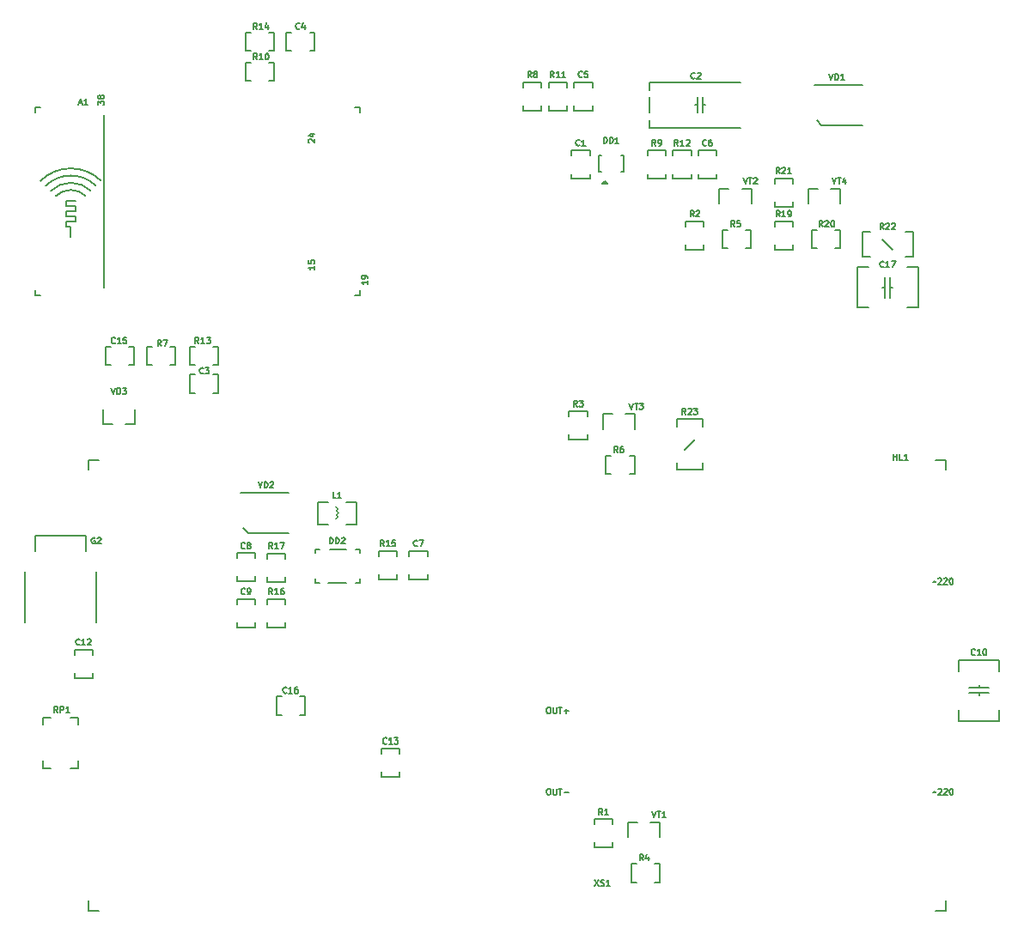
<source format=gbr>
G04 #@! TF.GenerationSoftware,KiCad,Pcbnew,(5.1.2-1)-1*
G04 #@! TF.CreationDate,2020-09-26T11:09:18+03:00*
G04 #@! TF.ProjectId,UAK_1,55414b5f-312e-46b6-9963-61645f706362,rev?*
G04 #@! TF.SameCoordinates,Original*
G04 #@! TF.FileFunction,Legend,Top*
G04 #@! TF.FilePolarity,Positive*
%FSLAX46Y46*%
G04 Gerber Fmt 4.6, Leading zero omitted, Abs format (unit mm)*
G04 Created by KiCad (PCBNEW (5.1.2-1)-1) date 2020-09-26 11:09:18*
%MOMM*%
%LPD*%
G04 APERTURE LIST*
%ADD10C,0.150000*%
G04 APERTURE END LIST*
D10*
X132628571Y-136171428D02*
X133028571Y-136771428D01*
X133028571Y-136171428D02*
X132628571Y-136771428D01*
X133228571Y-136742857D02*
X133314285Y-136771428D01*
X133457142Y-136771428D01*
X133514285Y-136742857D01*
X133542857Y-136714285D01*
X133571428Y-136657142D01*
X133571428Y-136600000D01*
X133542857Y-136542857D01*
X133514285Y-136514285D01*
X133457142Y-136485714D01*
X133342857Y-136457142D01*
X133285714Y-136428571D01*
X133257142Y-136400000D01*
X133228571Y-136342857D01*
X133228571Y-136285714D01*
X133257142Y-136228571D01*
X133285714Y-136200000D01*
X133342857Y-136171428D01*
X133485714Y-136171428D01*
X133571428Y-136200000D01*
X134142857Y-136771428D02*
X133800000Y-136771428D01*
X133971428Y-136771428D02*
X133971428Y-136171428D01*
X133914285Y-136257142D01*
X133857142Y-136314285D01*
X133800000Y-136342857D01*
X102500000Y-98000000D02*
X97750000Y-98000000D01*
X98000000Y-101500000D02*
X98500000Y-102000000D01*
X102500000Y-102000000D02*
X98500000Y-102000000D01*
X100350000Y-106800000D02*
X100350000Y-106300000D01*
X102150000Y-106800000D02*
X102150000Y-106300000D01*
X102150000Y-106800000D02*
X100350000Y-106800000D01*
X100350000Y-104000000D02*
X100350000Y-104500000D01*
X102150000Y-104000000D02*
X100350000Y-104000000D01*
X102150000Y-104000000D02*
X102150000Y-104500000D01*
X100350000Y-111300000D02*
X100350000Y-110800000D01*
X102150000Y-111300000D02*
X102150000Y-110800000D01*
X102150000Y-111300000D02*
X100350000Y-111300000D01*
X100350000Y-108500000D02*
X100350000Y-109000000D01*
X102150000Y-108500000D02*
X100350000Y-108500000D01*
X102150000Y-108500000D02*
X102150000Y-109000000D01*
X111350000Y-106550000D02*
X111350000Y-106050000D01*
X113150000Y-106550000D02*
X113150000Y-106050000D01*
X113150000Y-106550000D02*
X111350000Y-106550000D01*
X111350000Y-103750000D02*
X111350000Y-104250000D01*
X113150000Y-103750000D02*
X111350000Y-103750000D01*
X113150000Y-103750000D02*
X113150000Y-104250000D01*
X105350000Y-98900000D02*
X106350000Y-98900000D01*
X109150000Y-98900000D02*
X108150000Y-98900000D01*
X109150000Y-101100000D02*
X108150000Y-101100000D01*
X105350000Y-101100000D02*
X106350000Y-101100000D01*
X109150000Y-98900000D02*
X109150000Y-101100000D01*
X105350000Y-101100000D02*
X105350000Y-98900000D01*
X107150000Y-100600000D02*
G75*
G03X107350000Y-100400000I0J200000D01*
G01*
X107350000Y-100400000D02*
G75*
G03X107150000Y-100200000I-200000J0D01*
G01*
X107150000Y-100200000D02*
G75*
G03X107350000Y-100000000I0J200000D01*
G01*
X107350000Y-100000000D02*
G75*
G03X107150000Y-99800000I-200000J0D01*
G01*
X107350000Y-99600000D02*
G75*
G03X107150000Y-99400000I-200000J0D01*
G01*
X107150000Y-99800000D02*
G75*
G03X107350000Y-99600000I0J200000D01*
G01*
X105100000Y-106850000D02*
X105100000Y-106450000D01*
X105100000Y-106850000D02*
X105500000Y-106850000D01*
X105100000Y-103550000D02*
X105100000Y-103950000D01*
X105100000Y-103550000D02*
X105500000Y-103550000D01*
X109500000Y-106850000D02*
X109500000Y-106450000D01*
X109500000Y-106850000D02*
X109100000Y-106850000D01*
X109500000Y-103550000D02*
X109500000Y-103950000D01*
X109500000Y-103550000D02*
X109100000Y-103550000D01*
X108100000Y-106850000D02*
X106400000Y-106850000D01*
X106500000Y-103550000D02*
X108100000Y-103550000D01*
X97350000Y-111300000D02*
X97350000Y-110800000D01*
X99150000Y-111300000D02*
X99150000Y-110800000D01*
X99150000Y-111300000D02*
X97350000Y-111300000D01*
X97350000Y-108500000D02*
X97350000Y-109000000D01*
X99150000Y-108500000D02*
X97350000Y-108500000D01*
X99150000Y-108500000D02*
X99150000Y-109000000D01*
X99150000Y-103950000D02*
X99150000Y-104450000D01*
X97350000Y-103950000D02*
X97350000Y-104450000D01*
X97350000Y-103950000D02*
X99150000Y-103950000D01*
X99150000Y-106750000D02*
X99150000Y-106250000D01*
X97350000Y-106750000D02*
X99150000Y-106750000D01*
X97350000Y-106750000D02*
X97350000Y-106250000D01*
X114350000Y-106550000D02*
X114350000Y-106050000D01*
X116150000Y-106550000D02*
X116150000Y-106050000D01*
X116150000Y-106550000D02*
X114350000Y-106550000D01*
X114350000Y-103750000D02*
X114350000Y-104250000D01*
X116150000Y-103750000D02*
X114350000Y-103750000D01*
X116150000Y-103750000D02*
X116150000Y-104250000D01*
X142000000Y-93250000D02*
X142500000Y-92750000D01*
X142000000Y-93250000D02*
X141500000Y-93750000D01*
X140750000Y-95750000D02*
X143250000Y-95750000D01*
X140750000Y-90750000D02*
X143250000Y-90750000D01*
X143250000Y-90750000D02*
X143250000Y-91500000D01*
X140750000Y-91500000D02*
X140750000Y-90750000D01*
X143250000Y-95750000D02*
X143250000Y-95000000D01*
X140750000Y-95000000D02*
X140750000Y-95750000D01*
X167250000Y-139250000D02*
X167250000Y-138250000D01*
X167250000Y-139250000D02*
X166250000Y-139250000D01*
X82750000Y-139250000D02*
X83750000Y-139250000D01*
X82750000Y-139250000D02*
X82750000Y-138250000D01*
X82750000Y-94750000D02*
X82750000Y-95750000D01*
X82750000Y-94750000D02*
X83750000Y-94750000D01*
X167250000Y-94750000D02*
X167250000Y-95750000D01*
X167250000Y-94750000D02*
X166250000Y-94750000D01*
X153670000Y-67990000D02*
X153670000Y-69450000D01*
X156830000Y-67990000D02*
X156830000Y-69450000D01*
X153670000Y-67990000D02*
X154600000Y-67990000D01*
X156830000Y-67990000D02*
X155900000Y-67990000D01*
X161500000Y-73500000D02*
X161000000Y-73000000D01*
X161500000Y-73500000D02*
X162000000Y-74000000D01*
X164000000Y-74750000D02*
X164000000Y-72250000D01*
X159000000Y-74750000D02*
X159000000Y-72250000D01*
X159000000Y-72250000D02*
X159750000Y-72250000D01*
X159750000Y-74750000D02*
X159000000Y-74750000D01*
X164000000Y-72250000D02*
X163250000Y-72250000D01*
X163250000Y-74750000D02*
X164000000Y-74750000D01*
X150350000Y-69800000D02*
X150350000Y-69300000D01*
X152150000Y-69800000D02*
X152150000Y-69300000D01*
X152150000Y-69800000D02*
X150350000Y-69800000D01*
X150350000Y-67000000D02*
X150350000Y-67500000D01*
X152150000Y-67000000D02*
X150350000Y-67000000D01*
X152150000Y-67000000D02*
X152150000Y-67500000D01*
X156800000Y-73900000D02*
X156300000Y-73900000D01*
X156800000Y-72100000D02*
X156300000Y-72100000D01*
X156800000Y-72100000D02*
X156800000Y-73900000D01*
X154000000Y-73900000D02*
X154500000Y-73900000D01*
X154000000Y-72100000D02*
X154000000Y-73900000D01*
X154000000Y-72100000D02*
X154500000Y-72100000D01*
X150350000Y-74050000D02*
X150350000Y-73550000D01*
X152150000Y-74050000D02*
X152150000Y-73550000D01*
X152150000Y-74050000D02*
X150350000Y-74050000D01*
X150350000Y-71250000D02*
X150350000Y-71750000D01*
X152150000Y-71250000D02*
X150350000Y-71250000D01*
X152150000Y-71250000D02*
X152150000Y-71750000D01*
X164500000Y-79750000D02*
X163400000Y-79750000D01*
X164500000Y-75750000D02*
X164500000Y-79750000D01*
X158500000Y-75750000D02*
X158500000Y-79750000D01*
X158500000Y-75750000D02*
X159600000Y-75750000D01*
X158500000Y-79750000D02*
X159600000Y-79750000D01*
X164500000Y-75750000D02*
X163400000Y-75750000D01*
X161750000Y-76750000D02*
X161750000Y-78750000D01*
X161250000Y-76750000D02*
X161250000Y-78750000D01*
X161750000Y-77750000D02*
X162000000Y-77750000D01*
X161250000Y-77750000D02*
X161000000Y-77750000D01*
X140350000Y-67050000D02*
X140350000Y-66550000D01*
X142150000Y-67050000D02*
X142150000Y-66550000D01*
X142150000Y-67050000D02*
X140350000Y-67050000D01*
X140350000Y-64250000D02*
X140350000Y-64750000D01*
X142150000Y-64250000D02*
X140350000Y-64250000D01*
X142150000Y-64250000D02*
X142150000Y-64750000D01*
X137850000Y-67050000D02*
X137850000Y-66550000D01*
X139650000Y-67050000D02*
X139650000Y-66550000D01*
X139650000Y-67050000D02*
X137850000Y-67050000D01*
X137850000Y-64250000D02*
X137850000Y-64750000D01*
X139650000Y-64250000D02*
X137850000Y-64250000D01*
X139650000Y-64250000D02*
X139650000Y-64750000D01*
X133600000Y-67250000D02*
X133350000Y-67500000D01*
X135500000Y-64700000D02*
X135500000Y-66300000D01*
X135500000Y-66300000D02*
X135250000Y-66300000D01*
X135250000Y-64700000D02*
X135500000Y-64700000D01*
X133000000Y-64700000D02*
X133250000Y-64700000D01*
X133000000Y-66300000D02*
X133000000Y-64700000D01*
X133250000Y-66300000D02*
X133000000Y-66300000D01*
X133850000Y-67500000D02*
X133350000Y-67500000D01*
X133600000Y-67250000D02*
X133850000Y-67500000D01*
X133600000Y-67250000D02*
X133600000Y-67500000D01*
X142850000Y-67050000D02*
X142850000Y-66550000D01*
X144650000Y-67050000D02*
X144650000Y-66550000D01*
X144650000Y-67050000D02*
X142850000Y-67050000D01*
X142850000Y-64250000D02*
X142850000Y-64750000D01*
X144650000Y-64250000D02*
X142850000Y-64250000D01*
X144650000Y-64250000D02*
X144650000Y-64750000D01*
X138000000Y-59000000D02*
X138000000Y-60500000D01*
X138000000Y-62000000D02*
X147000000Y-62000000D01*
X138000000Y-62000000D02*
X138000000Y-61250000D01*
X138000000Y-57500000D02*
X138000000Y-58250000D01*
X138000000Y-57500000D02*
X147000000Y-57500000D01*
X143250000Y-59750000D02*
X143500000Y-59750000D01*
X142750000Y-59750000D02*
X142500000Y-59750000D01*
X143250000Y-59000000D02*
X143250000Y-60500000D01*
X142750000Y-59000000D02*
X142750000Y-60500000D01*
X130350000Y-67050000D02*
X130350000Y-66550000D01*
X132150000Y-67050000D02*
X132150000Y-66550000D01*
X132150000Y-67050000D02*
X130350000Y-67050000D01*
X130350000Y-64250000D02*
X130350000Y-64750000D01*
X132150000Y-64250000D02*
X130350000Y-64250000D01*
X132150000Y-64250000D02*
X132150000Y-64750000D01*
X133420000Y-90240000D02*
X133420000Y-91700000D01*
X136580000Y-90240000D02*
X136580000Y-91700000D01*
X133420000Y-90240000D02*
X134350000Y-90240000D01*
X136580000Y-90240000D02*
X135650000Y-90240000D01*
X144920000Y-67990000D02*
X144920000Y-69450000D01*
X148080000Y-67990000D02*
X148080000Y-69450000D01*
X144920000Y-67990000D02*
X145850000Y-67990000D01*
X148080000Y-67990000D02*
X147150000Y-67990000D01*
X135920000Y-130490000D02*
X135920000Y-131950000D01*
X139080000Y-130490000D02*
X139080000Y-131950000D01*
X135920000Y-130490000D02*
X136850000Y-130490000D01*
X139080000Y-130490000D02*
X138150000Y-130490000D01*
X159000000Y-57750000D02*
X154250000Y-57750000D01*
X154500000Y-61250000D02*
X155000000Y-61750000D01*
X159000000Y-61750000D02*
X155000000Y-61750000D01*
X78250000Y-125150000D02*
X79000000Y-125150000D01*
X78250000Y-125150000D02*
X78250000Y-124400000D01*
X81750000Y-125150000D02*
X81000000Y-125150000D01*
X81750000Y-125150000D02*
X81750000Y-124400000D01*
X78250000Y-120150000D02*
X79000000Y-120150000D01*
X78250000Y-120150000D02*
X78250000Y-120900000D01*
X81750000Y-120900000D02*
X81750000Y-120150000D01*
X81750000Y-120150000D02*
X81000000Y-120150000D01*
X128100000Y-60300000D02*
X128100000Y-59800000D01*
X129900000Y-60300000D02*
X129900000Y-59800000D01*
X129900000Y-60300000D02*
X128100000Y-60300000D01*
X128100000Y-57500000D02*
X128100000Y-58000000D01*
X129900000Y-57500000D02*
X128100000Y-57500000D01*
X129900000Y-57500000D02*
X129900000Y-58000000D01*
X125600000Y-60300000D02*
X125600000Y-59800000D01*
X127400000Y-60300000D02*
X127400000Y-59800000D01*
X127400000Y-60300000D02*
X125600000Y-60300000D01*
X125600000Y-57500000D02*
X125600000Y-58000000D01*
X127400000Y-57500000D02*
X125600000Y-57500000D01*
X127400000Y-57500000D02*
X127400000Y-58000000D01*
X136550000Y-96150000D02*
X136050000Y-96150000D01*
X136550000Y-94350000D02*
X136050000Y-94350000D01*
X136550000Y-94350000D02*
X136550000Y-96150000D01*
X133750000Y-96150000D02*
X134250000Y-96150000D01*
X133750000Y-94350000D02*
X133750000Y-96150000D01*
X133750000Y-94350000D02*
X134250000Y-94350000D01*
X148050000Y-73900000D02*
X147550000Y-73900000D01*
X148050000Y-72100000D02*
X147550000Y-72100000D01*
X148050000Y-72100000D02*
X148050000Y-73900000D01*
X145250000Y-73900000D02*
X145750000Y-73900000D01*
X145250000Y-72100000D02*
X145250000Y-73900000D01*
X145250000Y-72100000D02*
X145750000Y-72100000D01*
X139050000Y-136400000D02*
X138550000Y-136400000D01*
X139050000Y-134600000D02*
X138550000Y-134600000D01*
X139050000Y-134600000D02*
X139050000Y-136400000D01*
X136250000Y-136400000D02*
X136750000Y-136400000D01*
X136250000Y-134600000D02*
X136250000Y-136400000D01*
X136250000Y-134600000D02*
X136750000Y-134600000D01*
X131900000Y-89950000D02*
X131900000Y-90450000D01*
X130100000Y-89950000D02*
X130100000Y-90450000D01*
X130100000Y-89950000D02*
X131900000Y-89950000D01*
X131900000Y-92750000D02*
X131900000Y-92250000D01*
X130100000Y-92750000D02*
X131900000Y-92750000D01*
X130100000Y-92750000D02*
X130100000Y-92250000D01*
X141600000Y-74050000D02*
X141600000Y-73550000D01*
X143400000Y-74050000D02*
X143400000Y-73550000D01*
X143400000Y-74050000D02*
X141600000Y-74050000D01*
X141600000Y-71250000D02*
X141600000Y-71750000D01*
X143400000Y-71250000D02*
X141600000Y-71250000D01*
X143400000Y-71250000D02*
X143400000Y-71750000D01*
X134400000Y-130200000D02*
X134400000Y-130700000D01*
X132600000Y-130200000D02*
X132600000Y-130700000D01*
X132600000Y-130200000D02*
X134400000Y-130200000D01*
X134400000Y-133000000D02*
X134400000Y-132500000D01*
X132600000Y-133000000D02*
X134400000Y-133000000D01*
X132600000Y-133000000D02*
X132600000Y-132500000D01*
X130600000Y-60300000D02*
X130600000Y-59800000D01*
X132400000Y-60300000D02*
X132400000Y-59800000D01*
X132400000Y-60300000D02*
X130600000Y-60300000D01*
X130600000Y-57500000D02*
X130600000Y-58000000D01*
X132400000Y-57500000D02*
X130600000Y-57500000D01*
X132400000Y-57500000D02*
X132400000Y-58000000D01*
X105050000Y-54400000D02*
X104550000Y-54400000D01*
X105050000Y-52600000D02*
X104550000Y-52600000D01*
X105050000Y-52600000D02*
X105050000Y-54400000D01*
X102250000Y-54400000D02*
X102750000Y-54400000D01*
X102250000Y-52600000D02*
X102250000Y-54400000D01*
X102250000Y-52600000D02*
X102750000Y-52600000D01*
X95550000Y-88150000D02*
X95050000Y-88150000D01*
X95550000Y-86350000D02*
X95050000Y-86350000D01*
X95550000Y-86350000D02*
X95550000Y-88150000D01*
X92750000Y-88150000D02*
X93250000Y-88150000D01*
X92750000Y-86350000D02*
X92750000Y-88150000D01*
X92750000Y-86350000D02*
X93250000Y-86350000D01*
X87330000Y-91260000D02*
X87330000Y-89800000D01*
X84170000Y-91260000D02*
X84170000Y-89800000D01*
X87330000Y-91260000D02*
X86400000Y-91260000D01*
X84170000Y-91260000D02*
X85100000Y-91260000D01*
X101050000Y-54400000D02*
X100550000Y-54400000D01*
X101050000Y-52600000D02*
X100550000Y-52600000D01*
X101050000Y-52600000D02*
X101050000Y-54400000D01*
X98250000Y-54400000D02*
X98750000Y-54400000D01*
X98250000Y-52600000D02*
X98250000Y-54400000D01*
X98250000Y-52600000D02*
X98750000Y-52600000D01*
X92700000Y-83600000D02*
X93200000Y-83600000D01*
X92700000Y-85400000D02*
X93200000Y-85400000D01*
X92700000Y-85400000D02*
X92700000Y-83600000D01*
X95500000Y-83600000D02*
X95000000Y-83600000D01*
X95500000Y-85400000D02*
X95500000Y-83600000D01*
X95500000Y-85400000D02*
X95000000Y-85400000D01*
X101050000Y-57400000D02*
X100550000Y-57400000D01*
X101050000Y-55600000D02*
X100550000Y-55600000D01*
X101050000Y-55600000D02*
X101050000Y-57400000D01*
X98250000Y-57400000D02*
X98750000Y-57400000D01*
X98250000Y-55600000D02*
X98250000Y-57400000D01*
X98250000Y-55600000D02*
X98750000Y-55600000D01*
X91300000Y-85400000D02*
X90800000Y-85400000D01*
X91300000Y-83600000D02*
X90800000Y-83600000D01*
X91300000Y-83600000D02*
X91300000Y-85400000D01*
X88500000Y-85400000D02*
X89000000Y-85400000D01*
X88500000Y-83600000D02*
X88500000Y-85400000D01*
X88500000Y-83600000D02*
X89000000Y-83600000D01*
X83500000Y-105750000D02*
X83500000Y-110750000D01*
X76500000Y-105750000D02*
X76500000Y-110750000D01*
X77500000Y-102250000D02*
X77500000Y-103750000D01*
X82500000Y-103750000D02*
X82500000Y-102250000D01*
X77500000Y-102250000D02*
X82500000Y-102250000D01*
X84450000Y-83600000D02*
X84950000Y-83600000D01*
X84450000Y-85400000D02*
X84950000Y-85400000D01*
X84450000Y-85400000D02*
X84450000Y-83600000D01*
X87250000Y-83600000D02*
X86750000Y-83600000D01*
X87250000Y-85400000D02*
X87250000Y-83600000D01*
X87250000Y-85400000D02*
X86750000Y-85400000D01*
X104050000Y-119900000D02*
X103550000Y-119900000D01*
X104050000Y-118100000D02*
X103550000Y-118100000D01*
X104050000Y-118100000D02*
X104050000Y-119900000D01*
X101250000Y-119900000D02*
X101750000Y-119900000D01*
X101250000Y-118100000D02*
X101250000Y-119900000D01*
X101250000Y-118100000D02*
X101750000Y-118100000D01*
X81350000Y-116300000D02*
X81350000Y-115800000D01*
X83150000Y-116300000D02*
X83150000Y-115800000D01*
X83150000Y-116300000D02*
X81350000Y-116300000D01*
X81350000Y-113500000D02*
X81350000Y-114000000D01*
X83150000Y-113500000D02*
X81350000Y-113500000D01*
X83150000Y-113500000D02*
X83150000Y-114000000D01*
X111600000Y-126050000D02*
X111600000Y-125550000D01*
X113400000Y-126050000D02*
X113400000Y-125550000D01*
X113400000Y-126050000D02*
X111600000Y-126050000D01*
X111600000Y-123250000D02*
X111600000Y-123750000D01*
X113400000Y-123250000D02*
X111600000Y-123250000D01*
X113400000Y-123250000D02*
X113400000Y-123750000D01*
X172500000Y-114500000D02*
X172500000Y-115600000D01*
X168500000Y-114500000D02*
X172500000Y-114500000D01*
X168500000Y-120500000D02*
X172500000Y-120500000D01*
X168500000Y-120500000D02*
X168500000Y-119400000D01*
X172500000Y-120500000D02*
X172500000Y-119400000D01*
X168500000Y-114500000D02*
X168500000Y-115600000D01*
X169500000Y-117250000D02*
X171500000Y-117250000D01*
X169500000Y-117750000D02*
X171500000Y-117750000D01*
X170500000Y-117250000D02*
X170500000Y-117000000D01*
X170500000Y-117750000D02*
X170500000Y-118000000D01*
X109500000Y-60000000D02*
X109500000Y-60500000D01*
X109500000Y-60000000D02*
X109000000Y-60000000D01*
X109500000Y-78500000D02*
X109500000Y-78000000D01*
X109500000Y-78500000D02*
X109000000Y-78500000D01*
X78000001Y-67250001D02*
G75*
G02X83999999Y-67250001I2999999J-2999999D01*
G01*
X78500001Y-67750001D02*
G75*
G02X83499999Y-67750001I2499999J-2499999D01*
G01*
X79000001Y-68250001D02*
G75*
G02X82999999Y-68250001I1999999J-1999999D01*
G01*
X79500001Y-68750001D02*
G75*
G02X82499999Y-68750001I1499999J-1499999D01*
G01*
X80500000Y-69250000D02*
X81500000Y-69250000D01*
X80500000Y-69750000D02*
X80500000Y-69250000D01*
X81500000Y-69750000D02*
X80500000Y-69750000D01*
X81500000Y-70250000D02*
X81500000Y-69750000D01*
X80500000Y-70250000D02*
X81500000Y-70250000D01*
X80500000Y-70750000D02*
X80500000Y-70250000D01*
X81500000Y-70750000D02*
X80500000Y-70750000D01*
X81500000Y-71250000D02*
X81500000Y-70750000D01*
X80500000Y-71250000D02*
X81500000Y-71250000D01*
X80500000Y-71750000D02*
X80500000Y-71250000D01*
X81000000Y-71750000D02*
X80500000Y-71750000D01*
X81000000Y-72750000D02*
X81000000Y-71750000D01*
X84250000Y-77750000D02*
X84250000Y-60750000D01*
X77500000Y-60000000D02*
X78000000Y-60000000D01*
X77500000Y-60000000D02*
X77500000Y-60500000D01*
X77500000Y-78500000D02*
X77500000Y-78000000D01*
X77500000Y-78500000D02*
X78000000Y-78500000D01*
X99464285Y-96921428D02*
X99664285Y-97521428D01*
X99864285Y-96921428D01*
X100064285Y-97521428D02*
X100064285Y-96921428D01*
X100207142Y-96921428D01*
X100292857Y-96950000D01*
X100350000Y-97007142D01*
X100378571Y-97064285D01*
X100407142Y-97178571D01*
X100407142Y-97264285D01*
X100378571Y-97378571D01*
X100350000Y-97435714D01*
X100292857Y-97492857D01*
X100207142Y-97521428D01*
X100064285Y-97521428D01*
X100635714Y-96978571D02*
X100664285Y-96950000D01*
X100721428Y-96921428D01*
X100864285Y-96921428D01*
X100921428Y-96950000D01*
X100950000Y-96978571D01*
X100978571Y-97035714D01*
X100978571Y-97092857D01*
X100950000Y-97178571D01*
X100607142Y-97521428D01*
X100978571Y-97521428D01*
X100864285Y-103521428D02*
X100664285Y-103235714D01*
X100521428Y-103521428D02*
X100521428Y-102921428D01*
X100750000Y-102921428D01*
X100807142Y-102950000D01*
X100835714Y-102978571D01*
X100864285Y-103035714D01*
X100864285Y-103121428D01*
X100835714Y-103178571D01*
X100807142Y-103207142D01*
X100750000Y-103235714D01*
X100521428Y-103235714D01*
X101435714Y-103521428D02*
X101092857Y-103521428D01*
X101264285Y-103521428D02*
X101264285Y-102921428D01*
X101207142Y-103007142D01*
X101150000Y-103064285D01*
X101092857Y-103092857D01*
X101635714Y-102921428D02*
X102035714Y-102921428D01*
X101778571Y-103521428D01*
X100864285Y-108021428D02*
X100664285Y-107735714D01*
X100521428Y-108021428D02*
X100521428Y-107421428D01*
X100750000Y-107421428D01*
X100807142Y-107450000D01*
X100835714Y-107478571D01*
X100864285Y-107535714D01*
X100864285Y-107621428D01*
X100835714Y-107678571D01*
X100807142Y-107707142D01*
X100750000Y-107735714D01*
X100521428Y-107735714D01*
X101435714Y-108021428D02*
X101092857Y-108021428D01*
X101264285Y-108021428D02*
X101264285Y-107421428D01*
X101207142Y-107507142D01*
X101150000Y-107564285D01*
X101092857Y-107592857D01*
X101950000Y-107421428D02*
X101835714Y-107421428D01*
X101778571Y-107450000D01*
X101750000Y-107478571D01*
X101692857Y-107564285D01*
X101664285Y-107678571D01*
X101664285Y-107907142D01*
X101692857Y-107964285D01*
X101721428Y-107992857D01*
X101778571Y-108021428D01*
X101892857Y-108021428D01*
X101950000Y-107992857D01*
X101978571Y-107964285D01*
X102007142Y-107907142D01*
X102007142Y-107764285D01*
X101978571Y-107707142D01*
X101950000Y-107678571D01*
X101892857Y-107650000D01*
X101778571Y-107650000D01*
X101721428Y-107678571D01*
X101692857Y-107707142D01*
X101664285Y-107764285D01*
X111864285Y-103271428D02*
X111664285Y-102985714D01*
X111521428Y-103271428D02*
X111521428Y-102671428D01*
X111750000Y-102671428D01*
X111807142Y-102700000D01*
X111835714Y-102728571D01*
X111864285Y-102785714D01*
X111864285Y-102871428D01*
X111835714Y-102928571D01*
X111807142Y-102957142D01*
X111750000Y-102985714D01*
X111521428Y-102985714D01*
X112435714Y-103271428D02*
X112092857Y-103271428D01*
X112264285Y-103271428D02*
X112264285Y-102671428D01*
X112207142Y-102757142D01*
X112150000Y-102814285D01*
X112092857Y-102842857D01*
X112978571Y-102671428D02*
X112692857Y-102671428D01*
X112664285Y-102957142D01*
X112692857Y-102928571D01*
X112750000Y-102900000D01*
X112892857Y-102900000D01*
X112950000Y-102928571D01*
X112978571Y-102957142D01*
X113007142Y-103014285D01*
X113007142Y-103157142D01*
X112978571Y-103214285D01*
X112950000Y-103242857D01*
X112892857Y-103271428D01*
X112750000Y-103271428D01*
X112692857Y-103242857D01*
X112664285Y-103214285D01*
X107150000Y-98521428D02*
X106864285Y-98521428D01*
X106864285Y-97921428D01*
X107664285Y-98521428D02*
X107321428Y-98521428D01*
X107492857Y-98521428D02*
X107492857Y-97921428D01*
X107435714Y-98007142D01*
X107378571Y-98064285D01*
X107321428Y-98092857D01*
X106507142Y-103021428D02*
X106507142Y-102421428D01*
X106650000Y-102421428D01*
X106735714Y-102450000D01*
X106792857Y-102507142D01*
X106821428Y-102564285D01*
X106850000Y-102678571D01*
X106850000Y-102764285D01*
X106821428Y-102878571D01*
X106792857Y-102935714D01*
X106735714Y-102992857D01*
X106650000Y-103021428D01*
X106507142Y-103021428D01*
X107107142Y-103021428D02*
X107107142Y-102421428D01*
X107250000Y-102421428D01*
X107335714Y-102450000D01*
X107392857Y-102507142D01*
X107421428Y-102564285D01*
X107450000Y-102678571D01*
X107450000Y-102764285D01*
X107421428Y-102878571D01*
X107392857Y-102935714D01*
X107335714Y-102992857D01*
X107250000Y-103021428D01*
X107107142Y-103021428D01*
X107678571Y-102478571D02*
X107707142Y-102450000D01*
X107764285Y-102421428D01*
X107907142Y-102421428D01*
X107964285Y-102450000D01*
X107992857Y-102478571D01*
X108021428Y-102535714D01*
X108021428Y-102592857D01*
X107992857Y-102678571D01*
X107650000Y-103021428D01*
X108021428Y-103021428D01*
X98150000Y-107964285D02*
X98121428Y-107992857D01*
X98035714Y-108021428D01*
X97978571Y-108021428D01*
X97892857Y-107992857D01*
X97835714Y-107935714D01*
X97807142Y-107878571D01*
X97778571Y-107764285D01*
X97778571Y-107678571D01*
X97807142Y-107564285D01*
X97835714Y-107507142D01*
X97892857Y-107450000D01*
X97978571Y-107421428D01*
X98035714Y-107421428D01*
X98121428Y-107450000D01*
X98150000Y-107478571D01*
X98435714Y-108021428D02*
X98550000Y-108021428D01*
X98607142Y-107992857D01*
X98635714Y-107964285D01*
X98692857Y-107878571D01*
X98721428Y-107764285D01*
X98721428Y-107535714D01*
X98692857Y-107478571D01*
X98664285Y-107450000D01*
X98607142Y-107421428D01*
X98492857Y-107421428D01*
X98435714Y-107450000D01*
X98407142Y-107478571D01*
X98378571Y-107535714D01*
X98378571Y-107678571D01*
X98407142Y-107735714D01*
X98435714Y-107764285D01*
X98492857Y-107792857D01*
X98607142Y-107792857D01*
X98664285Y-107764285D01*
X98692857Y-107735714D01*
X98721428Y-107678571D01*
X98150000Y-103464285D02*
X98121428Y-103492857D01*
X98035714Y-103521428D01*
X97978571Y-103521428D01*
X97892857Y-103492857D01*
X97835714Y-103435714D01*
X97807142Y-103378571D01*
X97778571Y-103264285D01*
X97778571Y-103178571D01*
X97807142Y-103064285D01*
X97835714Y-103007142D01*
X97892857Y-102950000D01*
X97978571Y-102921428D01*
X98035714Y-102921428D01*
X98121428Y-102950000D01*
X98150000Y-102978571D01*
X98492857Y-103178571D02*
X98435714Y-103150000D01*
X98407142Y-103121428D01*
X98378571Y-103064285D01*
X98378571Y-103035714D01*
X98407142Y-102978571D01*
X98435714Y-102950000D01*
X98492857Y-102921428D01*
X98607142Y-102921428D01*
X98664285Y-102950000D01*
X98692857Y-102978571D01*
X98721428Y-103035714D01*
X98721428Y-103064285D01*
X98692857Y-103121428D01*
X98664285Y-103150000D01*
X98607142Y-103178571D01*
X98492857Y-103178571D01*
X98435714Y-103207142D01*
X98407142Y-103235714D01*
X98378571Y-103292857D01*
X98378571Y-103407142D01*
X98407142Y-103464285D01*
X98435714Y-103492857D01*
X98492857Y-103521428D01*
X98607142Y-103521428D01*
X98664285Y-103492857D01*
X98692857Y-103464285D01*
X98721428Y-103407142D01*
X98721428Y-103292857D01*
X98692857Y-103235714D01*
X98664285Y-103207142D01*
X98607142Y-103178571D01*
X115150000Y-103214285D02*
X115121428Y-103242857D01*
X115035714Y-103271428D01*
X114978571Y-103271428D01*
X114892857Y-103242857D01*
X114835714Y-103185714D01*
X114807142Y-103128571D01*
X114778571Y-103014285D01*
X114778571Y-102928571D01*
X114807142Y-102814285D01*
X114835714Y-102757142D01*
X114892857Y-102700000D01*
X114978571Y-102671428D01*
X115035714Y-102671428D01*
X115121428Y-102700000D01*
X115150000Y-102728571D01*
X115350000Y-102671428D02*
X115750000Y-102671428D01*
X115492857Y-103271428D01*
X165985714Y-127542857D02*
X166014285Y-127514285D01*
X166071428Y-127485714D01*
X166185714Y-127542857D01*
X166242857Y-127514285D01*
X166271428Y-127485714D01*
X166471428Y-127228571D02*
X166500000Y-127200000D01*
X166557142Y-127171428D01*
X166700000Y-127171428D01*
X166757142Y-127200000D01*
X166785714Y-127228571D01*
X166814285Y-127285714D01*
X166814285Y-127342857D01*
X166785714Y-127428571D01*
X166442857Y-127771428D01*
X166814285Y-127771428D01*
X167042857Y-127228571D02*
X167071428Y-127200000D01*
X167128571Y-127171428D01*
X167271428Y-127171428D01*
X167328571Y-127200000D01*
X167357142Y-127228571D01*
X167385714Y-127285714D01*
X167385714Y-127342857D01*
X167357142Y-127428571D01*
X167014285Y-127771428D01*
X167385714Y-127771428D01*
X167757142Y-127171428D02*
X167814285Y-127171428D01*
X167871428Y-127200000D01*
X167900000Y-127228571D01*
X167928571Y-127285714D01*
X167957142Y-127400000D01*
X167957142Y-127542857D01*
X167928571Y-127657142D01*
X167900000Y-127714285D01*
X167871428Y-127742857D01*
X167814285Y-127771428D01*
X167757142Y-127771428D01*
X167700000Y-127742857D01*
X167671428Y-127714285D01*
X167642857Y-127657142D01*
X167614285Y-127542857D01*
X167614285Y-127400000D01*
X167642857Y-127285714D01*
X167671428Y-127228571D01*
X167700000Y-127200000D01*
X167757142Y-127171428D01*
X165985714Y-106792857D02*
X166014285Y-106764285D01*
X166071428Y-106735714D01*
X166185714Y-106792857D01*
X166242857Y-106764285D01*
X166271428Y-106735714D01*
X166471428Y-106478571D02*
X166500000Y-106450000D01*
X166557142Y-106421428D01*
X166700000Y-106421428D01*
X166757142Y-106450000D01*
X166785714Y-106478571D01*
X166814285Y-106535714D01*
X166814285Y-106592857D01*
X166785714Y-106678571D01*
X166442857Y-107021428D01*
X166814285Y-107021428D01*
X167042857Y-106478571D02*
X167071428Y-106450000D01*
X167128571Y-106421428D01*
X167271428Y-106421428D01*
X167328571Y-106450000D01*
X167357142Y-106478571D01*
X167385714Y-106535714D01*
X167385714Y-106592857D01*
X167357142Y-106678571D01*
X167014285Y-107021428D01*
X167385714Y-107021428D01*
X167757142Y-106421428D02*
X167814285Y-106421428D01*
X167871428Y-106450000D01*
X167900000Y-106478571D01*
X167928571Y-106535714D01*
X167957142Y-106650000D01*
X167957142Y-106792857D01*
X167928571Y-106907142D01*
X167900000Y-106964285D01*
X167871428Y-106992857D01*
X167814285Y-107021428D01*
X167757142Y-107021428D01*
X167700000Y-106992857D01*
X167671428Y-106964285D01*
X167642857Y-106907142D01*
X167614285Y-106792857D01*
X167614285Y-106650000D01*
X167642857Y-106535714D01*
X167671428Y-106478571D01*
X167700000Y-106450000D01*
X167757142Y-106421428D01*
X128028571Y-127171428D02*
X128142857Y-127171428D01*
X128200000Y-127200000D01*
X128257142Y-127257142D01*
X128285714Y-127371428D01*
X128285714Y-127571428D01*
X128257142Y-127685714D01*
X128200000Y-127742857D01*
X128142857Y-127771428D01*
X128028571Y-127771428D01*
X127971428Y-127742857D01*
X127914285Y-127685714D01*
X127885714Y-127571428D01*
X127885714Y-127371428D01*
X127914285Y-127257142D01*
X127971428Y-127200000D01*
X128028571Y-127171428D01*
X128542857Y-127171428D02*
X128542857Y-127657142D01*
X128571428Y-127714285D01*
X128600000Y-127742857D01*
X128657142Y-127771428D01*
X128771428Y-127771428D01*
X128828571Y-127742857D01*
X128857142Y-127714285D01*
X128885714Y-127657142D01*
X128885714Y-127171428D01*
X129085714Y-127171428D02*
X129428571Y-127171428D01*
X129257142Y-127771428D02*
X129257142Y-127171428D01*
X129628571Y-127542857D02*
X130085714Y-127542857D01*
X128028571Y-119171428D02*
X128142857Y-119171428D01*
X128200000Y-119200000D01*
X128257142Y-119257142D01*
X128285714Y-119371428D01*
X128285714Y-119571428D01*
X128257142Y-119685714D01*
X128200000Y-119742857D01*
X128142857Y-119771428D01*
X128028571Y-119771428D01*
X127971428Y-119742857D01*
X127914285Y-119685714D01*
X127885714Y-119571428D01*
X127885714Y-119371428D01*
X127914285Y-119257142D01*
X127971428Y-119200000D01*
X128028571Y-119171428D01*
X128542857Y-119171428D02*
X128542857Y-119657142D01*
X128571428Y-119714285D01*
X128600000Y-119742857D01*
X128657142Y-119771428D01*
X128771428Y-119771428D01*
X128828571Y-119742857D01*
X128857142Y-119714285D01*
X128885714Y-119657142D01*
X128885714Y-119171428D01*
X129085714Y-119171428D02*
X129428571Y-119171428D01*
X129257142Y-119771428D02*
X129257142Y-119171428D01*
X129628571Y-119542857D02*
X130085714Y-119542857D01*
X129857142Y-119771428D02*
X129857142Y-119314285D01*
X141614285Y-90271428D02*
X141414285Y-89985714D01*
X141271428Y-90271428D02*
X141271428Y-89671428D01*
X141500000Y-89671428D01*
X141557142Y-89700000D01*
X141585714Y-89728571D01*
X141614285Y-89785714D01*
X141614285Y-89871428D01*
X141585714Y-89928571D01*
X141557142Y-89957142D01*
X141500000Y-89985714D01*
X141271428Y-89985714D01*
X141842857Y-89728571D02*
X141871428Y-89700000D01*
X141928571Y-89671428D01*
X142071428Y-89671428D01*
X142128571Y-89700000D01*
X142157142Y-89728571D01*
X142185714Y-89785714D01*
X142185714Y-89842857D01*
X142157142Y-89928571D01*
X141814285Y-90271428D01*
X142185714Y-90271428D01*
X142385714Y-89671428D02*
X142757142Y-89671428D01*
X142557142Y-89900000D01*
X142642857Y-89900000D01*
X142700000Y-89928571D01*
X142728571Y-89957142D01*
X142757142Y-90014285D01*
X142757142Y-90157142D01*
X142728571Y-90214285D01*
X142700000Y-90242857D01*
X142642857Y-90271428D01*
X142471428Y-90271428D01*
X142414285Y-90242857D01*
X142385714Y-90214285D01*
X162050000Y-94771428D02*
X162050000Y-94171428D01*
X162050000Y-94457142D02*
X162392857Y-94457142D01*
X162392857Y-94771428D02*
X162392857Y-94171428D01*
X162964285Y-94771428D02*
X162678571Y-94771428D01*
X162678571Y-94171428D01*
X163478571Y-94771428D02*
X163135714Y-94771428D01*
X163307142Y-94771428D02*
X163307142Y-94171428D01*
X163250000Y-94257142D01*
X163192857Y-94314285D01*
X163135714Y-94342857D01*
X156035714Y-66921428D02*
X156235714Y-67521428D01*
X156435714Y-66921428D01*
X156550000Y-66921428D02*
X156892857Y-66921428D01*
X156721428Y-67521428D02*
X156721428Y-66921428D01*
X157350000Y-67121428D02*
X157350000Y-67521428D01*
X157207142Y-66892857D02*
X157064285Y-67321428D01*
X157435714Y-67321428D01*
X161114285Y-72021428D02*
X160914285Y-71735714D01*
X160771428Y-72021428D02*
X160771428Y-71421428D01*
X161000000Y-71421428D01*
X161057142Y-71450000D01*
X161085714Y-71478571D01*
X161114285Y-71535714D01*
X161114285Y-71621428D01*
X161085714Y-71678571D01*
X161057142Y-71707142D01*
X161000000Y-71735714D01*
X160771428Y-71735714D01*
X161342857Y-71478571D02*
X161371428Y-71450000D01*
X161428571Y-71421428D01*
X161571428Y-71421428D01*
X161628571Y-71450000D01*
X161657142Y-71478571D01*
X161685714Y-71535714D01*
X161685714Y-71592857D01*
X161657142Y-71678571D01*
X161314285Y-72021428D01*
X161685714Y-72021428D01*
X161914285Y-71478571D02*
X161942857Y-71450000D01*
X162000000Y-71421428D01*
X162142857Y-71421428D01*
X162200000Y-71450000D01*
X162228571Y-71478571D01*
X162257142Y-71535714D01*
X162257142Y-71592857D01*
X162228571Y-71678571D01*
X161885714Y-72021428D01*
X162257142Y-72021428D01*
X150864285Y-66521428D02*
X150664285Y-66235714D01*
X150521428Y-66521428D02*
X150521428Y-65921428D01*
X150750000Y-65921428D01*
X150807142Y-65950000D01*
X150835714Y-65978571D01*
X150864285Y-66035714D01*
X150864285Y-66121428D01*
X150835714Y-66178571D01*
X150807142Y-66207142D01*
X150750000Y-66235714D01*
X150521428Y-66235714D01*
X151092857Y-65978571D02*
X151121428Y-65950000D01*
X151178571Y-65921428D01*
X151321428Y-65921428D01*
X151378571Y-65950000D01*
X151407142Y-65978571D01*
X151435714Y-66035714D01*
X151435714Y-66092857D01*
X151407142Y-66178571D01*
X151064285Y-66521428D01*
X151435714Y-66521428D01*
X152007142Y-66521428D02*
X151664285Y-66521428D01*
X151835714Y-66521428D02*
X151835714Y-65921428D01*
X151778571Y-66007142D01*
X151721428Y-66064285D01*
X151664285Y-66092857D01*
X155114285Y-71771428D02*
X154914285Y-71485714D01*
X154771428Y-71771428D02*
X154771428Y-71171428D01*
X155000000Y-71171428D01*
X155057142Y-71200000D01*
X155085714Y-71228571D01*
X155114285Y-71285714D01*
X155114285Y-71371428D01*
X155085714Y-71428571D01*
X155057142Y-71457142D01*
X155000000Y-71485714D01*
X154771428Y-71485714D01*
X155342857Y-71228571D02*
X155371428Y-71200000D01*
X155428571Y-71171428D01*
X155571428Y-71171428D01*
X155628571Y-71200000D01*
X155657142Y-71228571D01*
X155685714Y-71285714D01*
X155685714Y-71342857D01*
X155657142Y-71428571D01*
X155314285Y-71771428D01*
X155685714Y-71771428D01*
X156057142Y-71171428D02*
X156114285Y-71171428D01*
X156171428Y-71200000D01*
X156200000Y-71228571D01*
X156228571Y-71285714D01*
X156257142Y-71400000D01*
X156257142Y-71542857D01*
X156228571Y-71657142D01*
X156200000Y-71714285D01*
X156171428Y-71742857D01*
X156114285Y-71771428D01*
X156057142Y-71771428D01*
X156000000Y-71742857D01*
X155971428Y-71714285D01*
X155942857Y-71657142D01*
X155914285Y-71542857D01*
X155914285Y-71400000D01*
X155942857Y-71285714D01*
X155971428Y-71228571D01*
X156000000Y-71200000D01*
X156057142Y-71171428D01*
X150864285Y-70771428D02*
X150664285Y-70485714D01*
X150521428Y-70771428D02*
X150521428Y-70171428D01*
X150750000Y-70171428D01*
X150807142Y-70200000D01*
X150835714Y-70228571D01*
X150864285Y-70285714D01*
X150864285Y-70371428D01*
X150835714Y-70428571D01*
X150807142Y-70457142D01*
X150750000Y-70485714D01*
X150521428Y-70485714D01*
X151435714Y-70771428D02*
X151092857Y-70771428D01*
X151264285Y-70771428D02*
X151264285Y-70171428D01*
X151207142Y-70257142D01*
X151150000Y-70314285D01*
X151092857Y-70342857D01*
X151721428Y-70771428D02*
X151835714Y-70771428D01*
X151892857Y-70742857D01*
X151921428Y-70714285D01*
X151978571Y-70628571D01*
X152007142Y-70514285D01*
X152007142Y-70285714D01*
X151978571Y-70228571D01*
X151950000Y-70200000D01*
X151892857Y-70171428D01*
X151778571Y-70171428D01*
X151721428Y-70200000D01*
X151692857Y-70228571D01*
X151664285Y-70285714D01*
X151664285Y-70428571D01*
X151692857Y-70485714D01*
X151721428Y-70514285D01*
X151778571Y-70542857D01*
X151892857Y-70542857D01*
X151950000Y-70514285D01*
X151978571Y-70485714D01*
X152007142Y-70428571D01*
X161114285Y-75714285D02*
X161085714Y-75742857D01*
X161000000Y-75771428D01*
X160942857Y-75771428D01*
X160857142Y-75742857D01*
X160800000Y-75685714D01*
X160771428Y-75628571D01*
X160742857Y-75514285D01*
X160742857Y-75428571D01*
X160771428Y-75314285D01*
X160800000Y-75257142D01*
X160857142Y-75200000D01*
X160942857Y-75171428D01*
X161000000Y-75171428D01*
X161085714Y-75200000D01*
X161114285Y-75228571D01*
X161685714Y-75771428D02*
X161342857Y-75771428D01*
X161514285Y-75771428D02*
X161514285Y-75171428D01*
X161457142Y-75257142D01*
X161400000Y-75314285D01*
X161342857Y-75342857D01*
X161885714Y-75171428D02*
X162285714Y-75171428D01*
X162028571Y-75771428D01*
X140864285Y-63771428D02*
X140664285Y-63485714D01*
X140521428Y-63771428D02*
X140521428Y-63171428D01*
X140750000Y-63171428D01*
X140807142Y-63200000D01*
X140835714Y-63228571D01*
X140864285Y-63285714D01*
X140864285Y-63371428D01*
X140835714Y-63428571D01*
X140807142Y-63457142D01*
X140750000Y-63485714D01*
X140521428Y-63485714D01*
X141435714Y-63771428D02*
X141092857Y-63771428D01*
X141264285Y-63771428D02*
X141264285Y-63171428D01*
X141207142Y-63257142D01*
X141150000Y-63314285D01*
X141092857Y-63342857D01*
X141664285Y-63228571D02*
X141692857Y-63200000D01*
X141750000Y-63171428D01*
X141892857Y-63171428D01*
X141950000Y-63200000D01*
X141978571Y-63228571D01*
X142007142Y-63285714D01*
X142007142Y-63342857D01*
X141978571Y-63428571D01*
X141635714Y-63771428D01*
X142007142Y-63771428D01*
X138650000Y-63771428D02*
X138450000Y-63485714D01*
X138307142Y-63771428D02*
X138307142Y-63171428D01*
X138535714Y-63171428D01*
X138592857Y-63200000D01*
X138621428Y-63228571D01*
X138650000Y-63285714D01*
X138650000Y-63371428D01*
X138621428Y-63428571D01*
X138592857Y-63457142D01*
X138535714Y-63485714D01*
X138307142Y-63485714D01*
X138935714Y-63771428D02*
X139050000Y-63771428D01*
X139107142Y-63742857D01*
X139135714Y-63714285D01*
X139192857Y-63628571D01*
X139221428Y-63514285D01*
X139221428Y-63285714D01*
X139192857Y-63228571D01*
X139164285Y-63200000D01*
X139107142Y-63171428D01*
X138992857Y-63171428D01*
X138935714Y-63200000D01*
X138907142Y-63228571D01*
X138878571Y-63285714D01*
X138878571Y-63428571D01*
X138907142Y-63485714D01*
X138935714Y-63514285D01*
X138992857Y-63542857D01*
X139107142Y-63542857D01*
X139164285Y-63514285D01*
X139192857Y-63485714D01*
X139221428Y-63428571D01*
X133507142Y-63521428D02*
X133507142Y-62921428D01*
X133650000Y-62921428D01*
X133735714Y-62950000D01*
X133792857Y-63007142D01*
X133821428Y-63064285D01*
X133850000Y-63178571D01*
X133850000Y-63264285D01*
X133821428Y-63378571D01*
X133792857Y-63435714D01*
X133735714Y-63492857D01*
X133650000Y-63521428D01*
X133507142Y-63521428D01*
X134107142Y-63521428D02*
X134107142Y-62921428D01*
X134250000Y-62921428D01*
X134335714Y-62950000D01*
X134392857Y-63007142D01*
X134421428Y-63064285D01*
X134450000Y-63178571D01*
X134450000Y-63264285D01*
X134421428Y-63378571D01*
X134392857Y-63435714D01*
X134335714Y-63492857D01*
X134250000Y-63521428D01*
X134107142Y-63521428D01*
X135021428Y-63521428D02*
X134678571Y-63521428D01*
X134850000Y-63521428D02*
X134850000Y-62921428D01*
X134792857Y-63007142D01*
X134735714Y-63064285D01*
X134678571Y-63092857D01*
X143650000Y-63714285D02*
X143621428Y-63742857D01*
X143535714Y-63771428D01*
X143478571Y-63771428D01*
X143392857Y-63742857D01*
X143335714Y-63685714D01*
X143307142Y-63628571D01*
X143278571Y-63514285D01*
X143278571Y-63428571D01*
X143307142Y-63314285D01*
X143335714Y-63257142D01*
X143392857Y-63200000D01*
X143478571Y-63171428D01*
X143535714Y-63171428D01*
X143621428Y-63200000D01*
X143650000Y-63228571D01*
X144164285Y-63171428D02*
X144050000Y-63171428D01*
X143992857Y-63200000D01*
X143964285Y-63228571D01*
X143907142Y-63314285D01*
X143878571Y-63428571D01*
X143878571Y-63657142D01*
X143907142Y-63714285D01*
X143935714Y-63742857D01*
X143992857Y-63771428D01*
X144107142Y-63771428D01*
X144164285Y-63742857D01*
X144192857Y-63714285D01*
X144221428Y-63657142D01*
X144221428Y-63514285D01*
X144192857Y-63457142D01*
X144164285Y-63428571D01*
X144107142Y-63400000D01*
X143992857Y-63400000D01*
X143935714Y-63428571D01*
X143907142Y-63457142D01*
X143878571Y-63514285D01*
X142499999Y-57114284D02*
X142471427Y-57142856D01*
X142385713Y-57171427D01*
X142328570Y-57171427D01*
X142242856Y-57142856D01*
X142185713Y-57085713D01*
X142157141Y-57028570D01*
X142128570Y-56914284D01*
X142128570Y-56828570D01*
X142157141Y-56714284D01*
X142185713Y-56657141D01*
X142242856Y-56599999D01*
X142328570Y-56571427D01*
X142385713Y-56571427D01*
X142471427Y-56599999D01*
X142499999Y-56628570D01*
X142728570Y-56628570D02*
X142757141Y-56599999D01*
X142814284Y-56571427D01*
X142957141Y-56571427D01*
X143014284Y-56599999D01*
X143042856Y-56628570D01*
X143071427Y-56685713D01*
X143071427Y-56742856D01*
X143042856Y-56828570D01*
X142699999Y-57171427D01*
X143071427Y-57171427D01*
X131150000Y-63714285D02*
X131121428Y-63742857D01*
X131035714Y-63771428D01*
X130978571Y-63771428D01*
X130892857Y-63742857D01*
X130835714Y-63685714D01*
X130807142Y-63628571D01*
X130778571Y-63514285D01*
X130778571Y-63428571D01*
X130807142Y-63314285D01*
X130835714Y-63257142D01*
X130892857Y-63200000D01*
X130978571Y-63171428D01*
X131035714Y-63171428D01*
X131121428Y-63200000D01*
X131150000Y-63228571D01*
X131721428Y-63771428D02*
X131378571Y-63771428D01*
X131550000Y-63771428D02*
X131550000Y-63171428D01*
X131492857Y-63257142D01*
X131435714Y-63314285D01*
X131378571Y-63342857D01*
X136035714Y-89171428D02*
X136235714Y-89771428D01*
X136435714Y-89171428D01*
X136550000Y-89171428D02*
X136892857Y-89171428D01*
X136721428Y-89771428D02*
X136721428Y-89171428D01*
X137035714Y-89171428D02*
X137407142Y-89171428D01*
X137207142Y-89400000D01*
X137292857Y-89400000D01*
X137350000Y-89428571D01*
X137378571Y-89457142D01*
X137407142Y-89514285D01*
X137407142Y-89657142D01*
X137378571Y-89714285D01*
X137350000Y-89742857D01*
X137292857Y-89771428D01*
X137121428Y-89771428D01*
X137064285Y-89742857D01*
X137035714Y-89714285D01*
X147285714Y-66921428D02*
X147485714Y-67521428D01*
X147685714Y-66921428D01*
X147800000Y-66921428D02*
X148142857Y-66921428D01*
X147971428Y-67521428D02*
X147971428Y-66921428D01*
X148314285Y-66978571D02*
X148342857Y-66950000D01*
X148400000Y-66921428D01*
X148542857Y-66921428D01*
X148600000Y-66950000D01*
X148628571Y-66978571D01*
X148657142Y-67035714D01*
X148657142Y-67092857D01*
X148628571Y-67178571D01*
X148285714Y-67521428D01*
X148657142Y-67521428D01*
X138285714Y-129421428D02*
X138485714Y-130021428D01*
X138685714Y-129421428D01*
X138800000Y-129421428D02*
X139142857Y-129421428D01*
X138971428Y-130021428D02*
X138971428Y-129421428D01*
X139657142Y-130021428D02*
X139314285Y-130021428D01*
X139485714Y-130021428D02*
X139485714Y-129421428D01*
X139428571Y-129507142D01*
X139371428Y-129564285D01*
X139314285Y-129592857D01*
X155714285Y-56671428D02*
X155914285Y-57271428D01*
X156114285Y-56671428D01*
X156314285Y-57271428D02*
X156314285Y-56671428D01*
X156457142Y-56671428D01*
X156542857Y-56700000D01*
X156600000Y-56757142D01*
X156628571Y-56814285D01*
X156657142Y-56928571D01*
X156657142Y-57014285D01*
X156628571Y-57128571D01*
X156600000Y-57185714D01*
X156542857Y-57242857D01*
X156457142Y-57271428D01*
X156314285Y-57271428D01*
X157228571Y-57271428D02*
X156885714Y-57271428D01*
X157057142Y-57271428D02*
X157057142Y-56671428D01*
X157000000Y-56757142D01*
X156942857Y-56814285D01*
X156885714Y-56842857D01*
X79700000Y-119671428D02*
X79500000Y-119385714D01*
X79357142Y-119671428D02*
X79357142Y-119071428D01*
X79585714Y-119071428D01*
X79642857Y-119100000D01*
X79671428Y-119128571D01*
X79700000Y-119185714D01*
X79700000Y-119271428D01*
X79671428Y-119328571D01*
X79642857Y-119357142D01*
X79585714Y-119385714D01*
X79357142Y-119385714D01*
X79957142Y-119671428D02*
X79957142Y-119071428D01*
X80185714Y-119071428D01*
X80242857Y-119100000D01*
X80271428Y-119128571D01*
X80300000Y-119185714D01*
X80300000Y-119271428D01*
X80271428Y-119328571D01*
X80242857Y-119357142D01*
X80185714Y-119385714D01*
X79957142Y-119385714D01*
X80871428Y-119671428D02*
X80528571Y-119671428D01*
X80700000Y-119671428D02*
X80700000Y-119071428D01*
X80642857Y-119157142D01*
X80585714Y-119214285D01*
X80528571Y-119242857D01*
X128614285Y-57021428D02*
X128414285Y-56735714D01*
X128271428Y-57021428D02*
X128271428Y-56421428D01*
X128500000Y-56421428D01*
X128557142Y-56450000D01*
X128585714Y-56478571D01*
X128614285Y-56535714D01*
X128614285Y-56621428D01*
X128585714Y-56678571D01*
X128557142Y-56707142D01*
X128500000Y-56735714D01*
X128271428Y-56735714D01*
X129185714Y-57021428D02*
X128842857Y-57021428D01*
X129014285Y-57021428D02*
X129014285Y-56421428D01*
X128957142Y-56507142D01*
X128900000Y-56564285D01*
X128842857Y-56592857D01*
X129757142Y-57021428D02*
X129414285Y-57021428D01*
X129585714Y-57021428D02*
X129585714Y-56421428D01*
X129528571Y-56507142D01*
X129471428Y-56564285D01*
X129414285Y-56592857D01*
X126400000Y-57021428D02*
X126200000Y-56735714D01*
X126057142Y-57021428D02*
X126057142Y-56421428D01*
X126285714Y-56421428D01*
X126342857Y-56450000D01*
X126371428Y-56478571D01*
X126400000Y-56535714D01*
X126400000Y-56621428D01*
X126371428Y-56678571D01*
X126342857Y-56707142D01*
X126285714Y-56735714D01*
X126057142Y-56735714D01*
X126742857Y-56678571D02*
X126685714Y-56650000D01*
X126657142Y-56621428D01*
X126628571Y-56564285D01*
X126628571Y-56535714D01*
X126657142Y-56478571D01*
X126685714Y-56450000D01*
X126742857Y-56421428D01*
X126857142Y-56421428D01*
X126914285Y-56450000D01*
X126942857Y-56478571D01*
X126971428Y-56535714D01*
X126971428Y-56564285D01*
X126942857Y-56621428D01*
X126914285Y-56650000D01*
X126857142Y-56678571D01*
X126742857Y-56678571D01*
X126685714Y-56707142D01*
X126657142Y-56735714D01*
X126628571Y-56792857D01*
X126628571Y-56907142D01*
X126657142Y-56964285D01*
X126685714Y-56992857D01*
X126742857Y-57021428D01*
X126857142Y-57021428D01*
X126914285Y-56992857D01*
X126942857Y-56964285D01*
X126971428Y-56907142D01*
X126971428Y-56792857D01*
X126942857Y-56735714D01*
X126914285Y-56707142D01*
X126857142Y-56678571D01*
X134900000Y-94021428D02*
X134700000Y-93735714D01*
X134557142Y-94021428D02*
X134557142Y-93421428D01*
X134785714Y-93421428D01*
X134842857Y-93450000D01*
X134871428Y-93478571D01*
X134900000Y-93535714D01*
X134900000Y-93621428D01*
X134871428Y-93678571D01*
X134842857Y-93707142D01*
X134785714Y-93735714D01*
X134557142Y-93735714D01*
X135414285Y-93421428D02*
X135300000Y-93421428D01*
X135242857Y-93450000D01*
X135214285Y-93478571D01*
X135157142Y-93564285D01*
X135128571Y-93678571D01*
X135128571Y-93907142D01*
X135157142Y-93964285D01*
X135185714Y-93992857D01*
X135242857Y-94021428D01*
X135357142Y-94021428D01*
X135414285Y-93992857D01*
X135442857Y-93964285D01*
X135471428Y-93907142D01*
X135471428Y-93764285D01*
X135442857Y-93707142D01*
X135414285Y-93678571D01*
X135357142Y-93650000D01*
X135242857Y-93650000D01*
X135185714Y-93678571D01*
X135157142Y-93707142D01*
X135128571Y-93764285D01*
X146400000Y-71771428D02*
X146200000Y-71485714D01*
X146057142Y-71771428D02*
X146057142Y-71171428D01*
X146285714Y-71171428D01*
X146342857Y-71200000D01*
X146371428Y-71228571D01*
X146400000Y-71285714D01*
X146400000Y-71371428D01*
X146371428Y-71428571D01*
X146342857Y-71457142D01*
X146285714Y-71485714D01*
X146057142Y-71485714D01*
X146942857Y-71171428D02*
X146657142Y-71171428D01*
X146628571Y-71457142D01*
X146657142Y-71428571D01*
X146714285Y-71400000D01*
X146857142Y-71400000D01*
X146914285Y-71428571D01*
X146942857Y-71457142D01*
X146971428Y-71514285D01*
X146971428Y-71657142D01*
X146942857Y-71714285D01*
X146914285Y-71742857D01*
X146857142Y-71771428D01*
X146714285Y-71771428D01*
X146657142Y-71742857D01*
X146628571Y-71714285D01*
X137400000Y-134271428D02*
X137200000Y-133985714D01*
X137057142Y-134271428D02*
X137057142Y-133671428D01*
X137285714Y-133671428D01*
X137342857Y-133700000D01*
X137371428Y-133728571D01*
X137400000Y-133785714D01*
X137400000Y-133871428D01*
X137371428Y-133928571D01*
X137342857Y-133957142D01*
X137285714Y-133985714D01*
X137057142Y-133985714D01*
X137914285Y-133871428D02*
X137914285Y-134271428D01*
X137771428Y-133642857D02*
X137628571Y-134071428D01*
X138000000Y-134071428D01*
X130900000Y-89521428D02*
X130700000Y-89235714D01*
X130557142Y-89521428D02*
X130557142Y-88921428D01*
X130785714Y-88921428D01*
X130842857Y-88950000D01*
X130871428Y-88978571D01*
X130900000Y-89035714D01*
X130900000Y-89121428D01*
X130871428Y-89178571D01*
X130842857Y-89207142D01*
X130785714Y-89235714D01*
X130557142Y-89235714D01*
X131100000Y-88921428D02*
X131471428Y-88921428D01*
X131271428Y-89150000D01*
X131357142Y-89150000D01*
X131414285Y-89178571D01*
X131442857Y-89207142D01*
X131471428Y-89264285D01*
X131471428Y-89407142D01*
X131442857Y-89464285D01*
X131414285Y-89492857D01*
X131357142Y-89521428D01*
X131185714Y-89521428D01*
X131128571Y-89492857D01*
X131100000Y-89464285D01*
X142400000Y-70771428D02*
X142200000Y-70485714D01*
X142057142Y-70771428D02*
X142057142Y-70171428D01*
X142285714Y-70171428D01*
X142342857Y-70200000D01*
X142371428Y-70228571D01*
X142400000Y-70285714D01*
X142400000Y-70371428D01*
X142371428Y-70428571D01*
X142342857Y-70457142D01*
X142285714Y-70485714D01*
X142057142Y-70485714D01*
X142628571Y-70228571D02*
X142657142Y-70200000D01*
X142714285Y-70171428D01*
X142857142Y-70171428D01*
X142914285Y-70200000D01*
X142942857Y-70228571D01*
X142971428Y-70285714D01*
X142971428Y-70342857D01*
X142942857Y-70428571D01*
X142600000Y-70771428D01*
X142971428Y-70771428D01*
X133400000Y-129771428D02*
X133200000Y-129485714D01*
X133057142Y-129771428D02*
X133057142Y-129171428D01*
X133285714Y-129171428D01*
X133342857Y-129200000D01*
X133371428Y-129228571D01*
X133400000Y-129285714D01*
X133400000Y-129371428D01*
X133371428Y-129428571D01*
X133342857Y-129457142D01*
X133285714Y-129485714D01*
X133057142Y-129485714D01*
X133971428Y-129771428D02*
X133628571Y-129771428D01*
X133800000Y-129771428D02*
X133800000Y-129171428D01*
X133742857Y-129257142D01*
X133685714Y-129314285D01*
X133628571Y-129342857D01*
X131400000Y-56964285D02*
X131371428Y-56992857D01*
X131285714Y-57021428D01*
X131228571Y-57021428D01*
X131142857Y-56992857D01*
X131085714Y-56935714D01*
X131057142Y-56878571D01*
X131028571Y-56764285D01*
X131028571Y-56678571D01*
X131057142Y-56564285D01*
X131085714Y-56507142D01*
X131142857Y-56450000D01*
X131228571Y-56421428D01*
X131285714Y-56421428D01*
X131371428Y-56450000D01*
X131400000Y-56478571D01*
X131942857Y-56421428D02*
X131657142Y-56421428D01*
X131628571Y-56707142D01*
X131657142Y-56678571D01*
X131714285Y-56650000D01*
X131857142Y-56650000D01*
X131914285Y-56678571D01*
X131942857Y-56707142D01*
X131971428Y-56764285D01*
X131971428Y-56907142D01*
X131942857Y-56964285D01*
X131914285Y-56992857D01*
X131857142Y-57021428D01*
X131714285Y-57021428D01*
X131657142Y-56992857D01*
X131628571Y-56964285D01*
X103550000Y-52214285D02*
X103521428Y-52242857D01*
X103435714Y-52271428D01*
X103378571Y-52271428D01*
X103292857Y-52242857D01*
X103235714Y-52185714D01*
X103207142Y-52128571D01*
X103178571Y-52014285D01*
X103178571Y-51928571D01*
X103207142Y-51814285D01*
X103235714Y-51757142D01*
X103292857Y-51700000D01*
X103378571Y-51671428D01*
X103435714Y-51671428D01*
X103521428Y-51700000D01*
X103550000Y-51728571D01*
X104064285Y-51871428D02*
X104064285Y-52271428D01*
X103921428Y-51642857D02*
X103778571Y-52071428D01*
X104150000Y-52071428D01*
X94050000Y-86214285D02*
X94021428Y-86242857D01*
X93935714Y-86271428D01*
X93878571Y-86271428D01*
X93792857Y-86242857D01*
X93735714Y-86185714D01*
X93707142Y-86128571D01*
X93678571Y-86014285D01*
X93678571Y-85928571D01*
X93707142Y-85814285D01*
X93735714Y-85757142D01*
X93792857Y-85700000D01*
X93878571Y-85671428D01*
X93935714Y-85671428D01*
X94021428Y-85700000D01*
X94050000Y-85728571D01*
X94250000Y-85671428D02*
X94621428Y-85671428D01*
X94421428Y-85900000D01*
X94507142Y-85900000D01*
X94564285Y-85928571D01*
X94592857Y-85957142D01*
X94621428Y-86014285D01*
X94621428Y-86157142D01*
X94592857Y-86214285D01*
X94564285Y-86242857D01*
X94507142Y-86271428D01*
X94335714Y-86271428D01*
X94278571Y-86242857D01*
X94250000Y-86214285D01*
X84964285Y-87671428D02*
X85164285Y-88271428D01*
X85364285Y-87671428D01*
X85564285Y-88271428D02*
X85564285Y-87671428D01*
X85707142Y-87671428D01*
X85792857Y-87700000D01*
X85850000Y-87757142D01*
X85878571Y-87814285D01*
X85907142Y-87928571D01*
X85907142Y-88014285D01*
X85878571Y-88128571D01*
X85850000Y-88185714D01*
X85792857Y-88242857D01*
X85707142Y-88271428D01*
X85564285Y-88271428D01*
X86107142Y-87671428D02*
X86478571Y-87671428D01*
X86278571Y-87900000D01*
X86364285Y-87900000D01*
X86421428Y-87928571D01*
X86450000Y-87957142D01*
X86478571Y-88014285D01*
X86478571Y-88157142D01*
X86450000Y-88214285D01*
X86421428Y-88242857D01*
X86364285Y-88271428D01*
X86192857Y-88271428D01*
X86135714Y-88242857D01*
X86107142Y-88214285D01*
X99364285Y-52271428D02*
X99164285Y-51985714D01*
X99021428Y-52271428D02*
X99021428Y-51671428D01*
X99250000Y-51671428D01*
X99307142Y-51700000D01*
X99335714Y-51728571D01*
X99364285Y-51785714D01*
X99364285Y-51871428D01*
X99335714Y-51928571D01*
X99307142Y-51957142D01*
X99250000Y-51985714D01*
X99021428Y-51985714D01*
X99935714Y-52271428D02*
X99592857Y-52271428D01*
X99764285Y-52271428D02*
X99764285Y-51671428D01*
X99707142Y-51757142D01*
X99650000Y-51814285D01*
X99592857Y-51842857D01*
X100450000Y-51871428D02*
X100450000Y-52271428D01*
X100307142Y-51642857D02*
X100164285Y-52071428D01*
X100535714Y-52071428D01*
X93614285Y-83271428D02*
X93414285Y-82985714D01*
X93271428Y-83271428D02*
X93271428Y-82671428D01*
X93500000Y-82671428D01*
X93557142Y-82700000D01*
X93585714Y-82728571D01*
X93614285Y-82785714D01*
X93614285Y-82871428D01*
X93585714Y-82928571D01*
X93557142Y-82957142D01*
X93500000Y-82985714D01*
X93271428Y-82985714D01*
X94185714Y-83271428D02*
X93842857Y-83271428D01*
X94014285Y-83271428D02*
X94014285Y-82671428D01*
X93957142Y-82757142D01*
X93900000Y-82814285D01*
X93842857Y-82842857D01*
X94385714Y-82671428D02*
X94757142Y-82671428D01*
X94557142Y-82900000D01*
X94642857Y-82900000D01*
X94700000Y-82928571D01*
X94728571Y-82957142D01*
X94757142Y-83014285D01*
X94757142Y-83157142D01*
X94728571Y-83214285D01*
X94700000Y-83242857D01*
X94642857Y-83271428D01*
X94471428Y-83271428D01*
X94414285Y-83242857D01*
X94385714Y-83214285D01*
X99364285Y-55271428D02*
X99164285Y-54985714D01*
X99021428Y-55271428D02*
X99021428Y-54671428D01*
X99250000Y-54671428D01*
X99307142Y-54700000D01*
X99335714Y-54728571D01*
X99364285Y-54785714D01*
X99364285Y-54871428D01*
X99335714Y-54928571D01*
X99307142Y-54957142D01*
X99250000Y-54985714D01*
X99021428Y-54985714D01*
X99935714Y-55271428D02*
X99592857Y-55271428D01*
X99764285Y-55271428D02*
X99764285Y-54671428D01*
X99707142Y-54757142D01*
X99650000Y-54814285D01*
X99592857Y-54842857D01*
X100307142Y-54671428D02*
X100364285Y-54671428D01*
X100421428Y-54700000D01*
X100450000Y-54728571D01*
X100478571Y-54785714D01*
X100507142Y-54900000D01*
X100507142Y-55042857D01*
X100478571Y-55157142D01*
X100450000Y-55214285D01*
X100421428Y-55242857D01*
X100364285Y-55271428D01*
X100307142Y-55271428D01*
X100250000Y-55242857D01*
X100221428Y-55214285D01*
X100192857Y-55157142D01*
X100164285Y-55042857D01*
X100164285Y-54900000D01*
X100192857Y-54785714D01*
X100221428Y-54728571D01*
X100250000Y-54700000D01*
X100307142Y-54671428D01*
X89900000Y-83521428D02*
X89700000Y-83235714D01*
X89557142Y-83521428D02*
X89557142Y-82921428D01*
X89785714Y-82921428D01*
X89842857Y-82950000D01*
X89871428Y-82978571D01*
X89900000Y-83035714D01*
X89900000Y-83121428D01*
X89871428Y-83178571D01*
X89842857Y-83207142D01*
X89785714Y-83235714D01*
X89557142Y-83235714D01*
X90100000Y-82921428D02*
X90500000Y-82921428D01*
X90242857Y-83521428D01*
X83371428Y-102450000D02*
X83314285Y-102421428D01*
X83228571Y-102421428D01*
X83142857Y-102450000D01*
X83085714Y-102507142D01*
X83057142Y-102564285D01*
X83028571Y-102678571D01*
X83028571Y-102764285D01*
X83057142Y-102878571D01*
X83085714Y-102935714D01*
X83142857Y-102992857D01*
X83228571Y-103021428D01*
X83285714Y-103021428D01*
X83371428Y-102992857D01*
X83400000Y-102964285D01*
X83400000Y-102764285D01*
X83285714Y-102764285D01*
X83628571Y-102478571D02*
X83657142Y-102450000D01*
X83714285Y-102421428D01*
X83857142Y-102421428D01*
X83914285Y-102450000D01*
X83942857Y-102478571D01*
X83971428Y-102535714D01*
X83971428Y-102592857D01*
X83942857Y-102678571D01*
X83600000Y-103021428D01*
X83971428Y-103021428D01*
X85364285Y-83214285D02*
X85335714Y-83242857D01*
X85250000Y-83271428D01*
X85192857Y-83271428D01*
X85107142Y-83242857D01*
X85050000Y-83185714D01*
X85021428Y-83128571D01*
X84992857Y-83014285D01*
X84992857Y-82928571D01*
X85021428Y-82814285D01*
X85050000Y-82757142D01*
X85107142Y-82700000D01*
X85192857Y-82671428D01*
X85250000Y-82671428D01*
X85335714Y-82700000D01*
X85364285Y-82728571D01*
X85935714Y-83271428D02*
X85592857Y-83271428D01*
X85764285Y-83271428D02*
X85764285Y-82671428D01*
X85707142Y-82757142D01*
X85650000Y-82814285D01*
X85592857Y-82842857D01*
X86478571Y-82671428D02*
X86192857Y-82671428D01*
X86164285Y-82957142D01*
X86192857Y-82928571D01*
X86250000Y-82900000D01*
X86392857Y-82900000D01*
X86450000Y-82928571D01*
X86478571Y-82957142D01*
X86507142Y-83014285D01*
X86507142Y-83157142D01*
X86478571Y-83214285D01*
X86450000Y-83242857D01*
X86392857Y-83271428D01*
X86250000Y-83271428D01*
X86192857Y-83242857D01*
X86164285Y-83214285D01*
X102264285Y-117714285D02*
X102235714Y-117742857D01*
X102150000Y-117771428D01*
X102092857Y-117771428D01*
X102007142Y-117742857D01*
X101950000Y-117685714D01*
X101921428Y-117628571D01*
X101892857Y-117514285D01*
X101892857Y-117428571D01*
X101921428Y-117314285D01*
X101950000Y-117257142D01*
X102007142Y-117200000D01*
X102092857Y-117171428D01*
X102150000Y-117171428D01*
X102235714Y-117200000D01*
X102264285Y-117228571D01*
X102835714Y-117771428D02*
X102492857Y-117771428D01*
X102664285Y-117771428D02*
X102664285Y-117171428D01*
X102607142Y-117257142D01*
X102550000Y-117314285D01*
X102492857Y-117342857D01*
X103350000Y-117171428D02*
X103235714Y-117171428D01*
X103178571Y-117200000D01*
X103150000Y-117228571D01*
X103092857Y-117314285D01*
X103064285Y-117428571D01*
X103064285Y-117657142D01*
X103092857Y-117714285D01*
X103121428Y-117742857D01*
X103178571Y-117771428D01*
X103292857Y-117771428D01*
X103350000Y-117742857D01*
X103378571Y-117714285D01*
X103407142Y-117657142D01*
X103407142Y-117514285D01*
X103378571Y-117457142D01*
X103350000Y-117428571D01*
X103292857Y-117400000D01*
X103178571Y-117400000D01*
X103121428Y-117428571D01*
X103092857Y-117457142D01*
X103064285Y-117514285D01*
X81864285Y-112964285D02*
X81835714Y-112992857D01*
X81750000Y-113021428D01*
X81692857Y-113021428D01*
X81607142Y-112992857D01*
X81550000Y-112935714D01*
X81521428Y-112878571D01*
X81492857Y-112764285D01*
X81492857Y-112678571D01*
X81521428Y-112564285D01*
X81550000Y-112507142D01*
X81607142Y-112450000D01*
X81692857Y-112421428D01*
X81750000Y-112421428D01*
X81835714Y-112450000D01*
X81864285Y-112478571D01*
X82435714Y-113021428D02*
X82092857Y-113021428D01*
X82264285Y-113021428D02*
X82264285Y-112421428D01*
X82207142Y-112507142D01*
X82150000Y-112564285D01*
X82092857Y-112592857D01*
X82664285Y-112478571D02*
X82692857Y-112450000D01*
X82750000Y-112421428D01*
X82892857Y-112421428D01*
X82950000Y-112450000D01*
X82978571Y-112478571D01*
X83007142Y-112535714D01*
X83007142Y-112592857D01*
X82978571Y-112678571D01*
X82635714Y-113021428D01*
X83007142Y-113021428D01*
X112114285Y-122714285D02*
X112085714Y-122742857D01*
X112000000Y-122771428D01*
X111942857Y-122771428D01*
X111857142Y-122742857D01*
X111800000Y-122685714D01*
X111771428Y-122628571D01*
X111742857Y-122514285D01*
X111742857Y-122428571D01*
X111771428Y-122314285D01*
X111800000Y-122257142D01*
X111857142Y-122200000D01*
X111942857Y-122171428D01*
X112000000Y-122171428D01*
X112085714Y-122200000D01*
X112114285Y-122228571D01*
X112685714Y-122771428D02*
X112342857Y-122771428D01*
X112514285Y-122771428D02*
X112514285Y-122171428D01*
X112457142Y-122257142D01*
X112400000Y-122314285D01*
X112342857Y-122342857D01*
X112885714Y-122171428D02*
X113257142Y-122171428D01*
X113057142Y-122400000D01*
X113142857Y-122400000D01*
X113200000Y-122428571D01*
X113228571Y-122457142D01*
X113257142Y-122514285D01*
X113257142Y-122657142D01*
X113228571Y-122714285D01*
X113200000Y-122742857D01*
X113142857Y-122771428D01*
X112971428Y-122771428D01*
X112914285Y-122742857D01*
X112885714Y-122714285D01*
X170114285Y-113964285D02*
X170085714Y-113992857D01*
X170000000Y-114021428D01*
X169942857Y-114021428D01*
X169857142Y-113992857D01*
X169800000Y-113935714D01*
X169771428Y-113878571D01*
X169742857Y-113764285D01*
X169742857Y-113678571D01*
X169771428Y-113564285D01*
X169800000Y-113507142D01*
X169857142Y-113450000D01*
X169942857Y-113421428D01*
X170000000Y-113421428D01*
X170085714Y-113450000D01*
X170114285Y-113478571D01*
X170685714Y-114021428D02*
X170342857Y-114021428D01*
X170514285Y-114021428D02*
X170514285Y-113421428D01*
X170457142Y-113507142D01*
X170400000Y-113564285D01*
X170342857Y-113592857D01*
X171057142Y-113421428D02*
X171114285Y-113421428D01*
X171171428Y-113450000D01*
X171200000Y-113478571D01*
X171228571Y-113535714D01*
X171257142Y-113650000D01*
X171257142Y-113792857D01*
X171228571Y-113907142D01*
X171200000Y-113964285D01*
X171171428Y-113992857D01*
X171114285Y-114021428D01*
X171057142Y-114021428D01*
X171000000Y-113992857D01*
X170971428Y-113964285D01*
X170942857Y-113907142D01*
X170914285Y-113792857D01*
X170914285Y-113650000D01*
X170942857Y-113535714D01*
X170971428Y-113478571D01*
X171000000Y-113450000D01*
X171057142Y-113421428D01*
X81821428Y-59600000D02*
X82107142Y-59600000D01*
X81764285Y-59771428D02*
X81964285Y-59171428D01*
X82164285Y-59771428D01*
X82678571Y-59771428D02*
X82335714Y-59771428D01*
X82507142Y-59771428D02*
X82507142Y-59171428D01*
X82450000Y-59257142D01*
X82392857Y-59314285D01*
X82335714Y-59342857D01*
X104478571Y-63457142D02*
X104450000Y-63428571D01*
X104421428Y-63371428D01*
X104421428Y-63228571D01*
X104450000Y-63171428D01*
X104478571Y-63142857D01*
X104535714Y-63114285D01*
X104592857Y-63114285D01*
X104678571Y-63142857D01*
X105021428Y-63485714D01*
X105021428Y-63114285D01*
X104621428Y-62600000D02*
X105021428Y-62600000D01*
X104392857Y-62742857D02*
X104821428Y-62885714D01*
X104821428Y-62514285D01*
X105021428Y-75614285D02*
X105021428Y-75957142D01*
X105021428Y-75785714D02*
X104421428Y-75785714D01*
X104507142Y-75842857D01*
X104564285Y-75900000D01*
X104592857Y-75957142D01*
X104421428Y-75071428D02*
X104421428Y-75357142D01*
X104707142Y-75385714D01*
X104678571Y-75357142D01*
X104650000Y-75300000D01*
X104650000Y-75157142D01*
X104678571Y-75100000D01*
X104707142Y-75071428D01*
X104764285Y-75042857D01*
X104907142Y-75042857D01*
X104964285Y-75071428D01*
X104992857Y-75100000D01*
X105021428Y-75157142D01*
X105021428Y-75300000D01*
X104992857Y-75357142D01*
X104964285Y-75385714D01*
X110271428Y-77114285D02*
X110271428Y-77457142D01*
X110271428Y-77285714D02*
X109671428Y-77285714D01*
X109757142Y-77342857D01*
X109814285Y-77400000D01*
X109842857Y-77457142D01*
X110271428Y-76828571D02*
X110271428Y-76714285D01*
X110242857Y-76657142D01*
X110214285Y-76628571D01*
X110128571Y-76571428D01*
X110014285Y-76542857D01*
X109785714Y-76542857D01*
X109728571Y-76571428D01*
X109700000Y-76600000D01*
X109671428Y-76657142D01*
X109671428Y-76771428D01*
X109700000Y-76828571D01*
X109728571Y-76857142D01*
X109785714Y-76885714D01*
X109928571Y-76885714D01*
X109985714Y-76857142D01*
X110014285Y-76828571D01*
X110042857Y-76771428D01*
X110042857Y-76657142D01*
X110014285Y-76600000D01*
X109985714Y-76571428D01*
X109928571Y-76542857D01*
X83671428Y-59735714D02*
X83671428Y-59364285D01*
X83900000Y-59564285D01*
X83900000Y-59478571D01*
X83928571Y-59421428D01*
X83957142Y-59392857D01*
X84014285Y-59364285D01*
X84157142Y-59364285D01*
X84214285Y-59392857D01*
X84242857Y-59421428D01*
X84271428Y-59478571D01*
X84271428Y-59650000D01*
X84242857Y-59707142D01*
X84214285Y-59735714D01*
X83928571Y-59021428D02*
X83900000Y-59078571D01*
X83871428Y-59107142D01*
X83814285Y-59135714D01*
X83785714Y-59135714D01*
X83728571Y-59107142D01*
X83700000Y-59078571D01*
X83671428Y-59021428D01*
X83671428Y-58907142D01*
X83700000Y-58850000D01*
X83728571Y-58821428D01*
X83785714Y-58792857D01*
X83814285Y-58792857D01*
X83871428Y-58821428D01*
X83900000Y-58850000D01*
X83928571Y-58907142D01*
X83928571Y-59021428D01*
X83957142Y-59078571D01*
X83985714Y-59107142D01*
X84042857Y-59135714D01*
X84157142Y-59135714D01*
X84214285Y-59107142D01*
X84242857Y-59078571D01*
X84271428Y-59021428D01*
X84271428Y-58907142D01*
X84242857Y-58850000D01*
X84214285Y-58821428D01*
X84157142Y-58792857D01*
X84042857Y-58792857D01*
X83985714Y-58821428D01*
X83957142Y-58850000D01*
X83928571Y-58907142D01*
M02*

</source>
